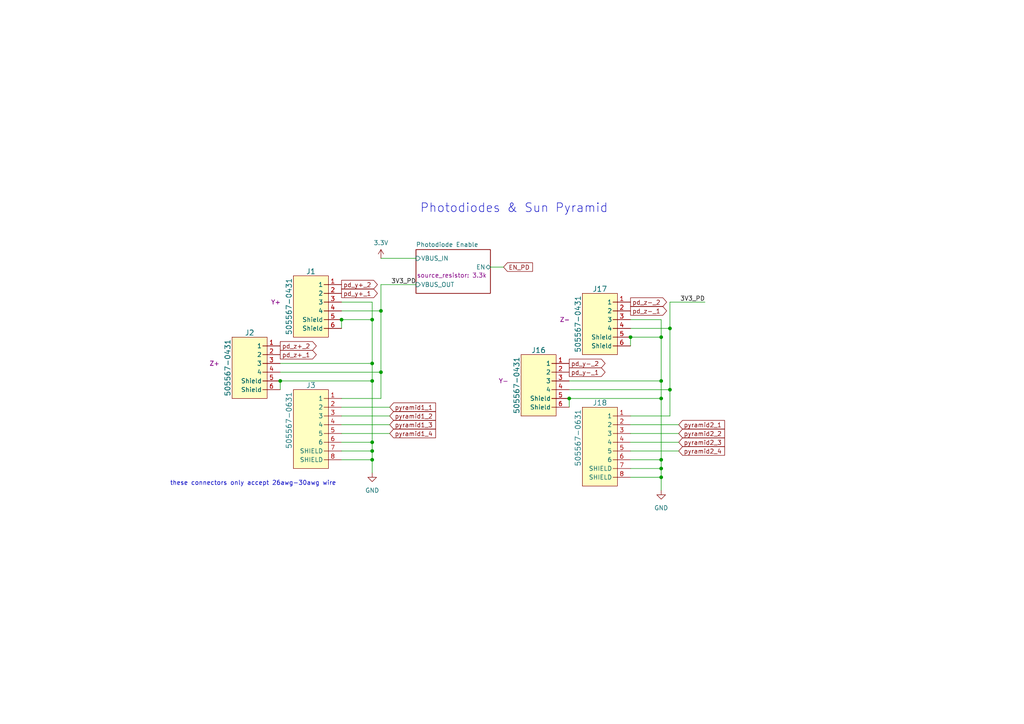
<source format=kicad_sch>
(kicad_sch (version 20250114) (generator "eeschema") (generator_version "9.0")
  (paper "A4")
  (title_block (title "ADCS Main Board") (date "2025-03-23") (rev "v1.2") (company "Stanford Student Space Initiative") (comment 1 "Sage Wu"))
  (lib_symbols
    (symbol "power:+3V3" (power) (pin_numbers (hide yes)) (pin_names (offset 0) (hide yes))
      (property "Value" "+3V3" (at 0 3.556 0))
      (symbol "+3V3_0_1"
        (polyline (pts (xy -0.762 1.27) (xy 0 2.54)))
        (polyline (pts (xy 0 2.54) (xy 0.762 1.27)))
        (polyline (pts (xy 0 0) (xy 0 2.54)))
      )
      (symbol "+3V3_1_1"
        (pin power_in line (at 0 0 90) (length 0) (name "~") (number "1"))
      )
    )
    (symbol "power:GND" (power) (pin_numbers (hide yes)) (pin_names (offset 0) (hide yes))
      (property "Value" "GND" (at 0 -3.81 0))
      (symbol "GND_0_1"
        (polyline (pts (xy 0 0) (xy 0 -1.27) (xy 1.27 -1.27) (xy 0 -2.54) (xy -1.27 -1.27) (xy 0 -1.27)))
      )
      (symbol "GND_1_1"
        (pin power_in line (at 0 0 270) (length 0) (name "~") (number "1"))
      )
    )
    (symbol "ssi_connector:505567-0431" (pin_names (offset 0.254))
      (property "Reference" "J1" (at 8.89 3.81 0))
      (property "Value" "505567-0431" (at 15.24 -6.35 90))
      (symbol "505567-0431_1_1"
        (rectangle (start 3.81 2.54) (end 13.97 -15.24) (fill (type background)))
        (pin passive line (at 0 0 0) (length 5.08) (name "1") (number "1"))
        (pin passive line (at 0 -2.54 0) (length 5.08) (name "2") (number "2"))
        (pin passive line (at 0 -5.08 0) (length 5.08) (name "3") (number "3"))
        (pin passive line (at 0 -7.62 0) (length 5.08) (name "4") (number "4"))
        (pin passive line (at 0 -10.16 0) (length 5.08) (name "Shield") (number "5"))
        (pin passive line (at 0 -12.7 0) (length 5.08) (name "Shield") (number "6"))
      )
      (symbol "505567-0431_1_2"
        (polyline (pts (xy 5.08 2.54) (xy 5.08 -15.24)) (stroke (width 0.127)))
        (polyline (pts (xy 5.08 -15.24) (xy 12.7 -15.24)) (stroke (width 0.127)))
        (polyline (pts (xy 7.62 0) (xy 5.08 0)) (stroke (width 0.127)))
        (polyline (pts (xy 7.62 0) (xy 8.89 0.8467)) (stroke (width 0.127)))
        (polyline (pts (xy 7.62 0) (xy 8.89 -0.8467)) (stroke (width 0.127)))
        (polyline (pts (xy 7.62 -2.54) (xy 5.08 -2.54)) (stroke (width 0.127)))
        (polyline (pts (xy 7.62 -2.54) (xy 8.89 -1.6933)) (stroke (width 0.127)))
        (polyline (pts (xy 7.62 -2.54) (xy 8.89 -3.3867)) (stroke (width 0.127)))
        (polyline (pts (xy 7.62 -5.08) (xy 5.08 -5.08)) (stroke (width 0.127)))
        (polyline (pts (xy 7.62 -5.08) (xy 8.89 -4.2333)) (stroke (width 0.127)))
        (polyline (pts (xy 7.62 -5.08) (xy 8.89 -5.9267)) (stroke (width 0.127)))
        (polyline (pts (xy 7.62 -7.62) (xy 5.08 -7.62)) (stroke (width 0.127)))
        (polyline (pts (xy 7.62 -7.62) (xy 8.89 -6.7733)) (stroke (width 0.127)))
        (polyline (pts (xy 7.62 -7.62) (xy 8.89 -8.4667)) (stroke (width 0.127)))
        (polyline (pts (xy 7.62 -10.16) (xy 5.08 -10.16)) (stroke (width 0.127)))
        (polyline (pts (xy 7.62 -10.16) (xy 8.89 -9.3133)) (stroke (width 0.127)))
        (polyline (pts (xy 7.62 -10.16) (xy 8.89 -11.0067)) (stroke (width 0.127)))
        (polyline (pts (xy 7.62 -12.7) (xy 5.08 -12.7)) (stroke (width 0.127)))
        (polyline (pts (xy 7.62 -12.7) (xy 8.89 -11.8533)) (stroke (width 0.127)))
        (polyline (pts (xy 7.62 -12.7) (xy 8.89 -13.5467)) (stroke (width 0.127)))
        (polyline (pts (xy 12.7 2.54) (xy 5.08 2.54)) (stroke (width 0.127)))
        (polyline (pts (xy 12.7 -15.24) (xy 12.7 2.54)) (stroke (width 0.127)))
        (pin unspecified line (at 0 0 0) (length 5.08) (name "1") (number "1"))
        (pin unspecified line (at 0 -2.54 0) (length 5.08) (name "2") (number "2"))
        (pin unspecified line (at 0 -5.08 0) (length 5.08) (name "3") (number "3"))
        (pin unspecified line (at 0 -7.62 0) (length 5.08) (name "4") (number "4"))
        (pin unspecified line (at 0 -10.16 0) (length 5.08) (name "5") (number "5"))
        (pin unspecified line (at 0 -12.7 0) (length 5.08) (name "6") (number "6"))
      )
    )
    (symbol "ssi_connector:505567-0631" (pin_names (offset 0.254))
      (property "Reference" "J3" (at 8.89 3.81 0))
      (property "Value" "505567-0631" (at 15.24 -6.35 90))
      (symbol "505567-0631_1_1"
        (rectangle (start 3.81 2.54) (end 13.97 -20.32) (fill (type background)))
        (pin passive line (at 0 0 0) (length 5.08) (name "1") (number "1"))
        (pin passive line (at 0 -2.54 0) (length 5.08) (name "2") (number "2"))
        (pin passive line (at 0 -5.08 0) (length 5.08) (name "3") (number "3"))
        (pin passive line (at 0 -7.62 0) (length 5.08) (name "4") (number "4"))
        (pin passive line (at 0 -10.16 0) (length 5.08) (name "5") (number "5"))
        (pin passive line (at 0 -12.7 0) (length 5.08) (name "6") (number "6"))
        (pin passive line (at 0 -15.24 0) (length 5.08) (name "SHIELD") (number "7"))
        (pin passive line (at 0 -17.78 0) (length 5.08) (name "SHIELD") (number "8"))
      )
      (symbol "505567-0631_1_2"
        (polyline (pts (xy 5.08 2.54) (xy 5.08 -20.32)) (stroke (width 0.127)))
        (polyline (pts (xy 5.08 -20.32) (xy 12.7 -20.32)) (stroke (width 0.127)))
        (polyline (pts (xy 7.62 0) (xy 5.08 0)) (stroke (width 0.127)))
        (polyline (pts (xy 7.62 0) (xy 8.89 0.8467)) (stroke (width 0.127)))
        (polyline (pts (xy 7.62 0) (xy 8.89 -0.8467)) (stroke (width 0.127)))
        (polyline (pts (xy 7.62 -2.54) (xy 5.08 -2.54)) (stroke (width 0.127)))
        (polyline (pts (xy 7.62 -2.54) (xy 8.89 -1.6933)) (stroke (width 0.127)))
        (polyline (pts (xy 7.62 -2.54) (xy 8.89 -3.3867)) (stroke (width 0.127)))
        (polyline (pts (xy 7.62 -5.08) (xy 5.08 -5.08)) (stroke (width 0.127)))
        (polyline (pts (xy 7.62 -5.08) (xy 8.89 -4.2333)) (stroke (width 0.127)))
        (polyline (pts (xy 7.62 -5.08) (xy 8.89 -5.9267)) (stroke (width 0.127)))
        (polyline (pts (xy 7.62 -7.62) (xy 5.08 -7.62)) (stroke (width 0.127)))
        (polyline (pts (xy 7.62 -7.62) (xy 8.89 -6.7733)) (stroke (width 0.127)))
        (polyline (pts (xy 7.62 -7.62) (xy 8.89 -8.4667)) (stroke (width 0.127)))
        (polyline (pts (xy 7.62 -10.16) (xy 5.08 -10.16)) (stroke (width 0.127)))
        (polyline (pts (xy 7.62 -10.16) (xy 8.89 -9.3133)) (stroke (width 0.127)))
        (polyline (pts (xy 7.62 -10.16) (xy 8.89 -11.0067)) (stroke (width 0.127)))
        (polyline (pts (xy 7.62 -12.7) (xy 5.08 -12.7)) (stroke (width 0.127)))
        (polyline (pts (xy 7.62 -12.7) (xy 8.89 -11.8533)) (stroke (width 0.127)))
        (polyline (pts (xy 7.62 -12.7) (xy 8.89 -13.5467)) (stroke (width 0.127)))
        (polyline (pts (xy 7.62 -15.24) (xy 5.08 -15.24)) (stroke (width 0.127)))
        (polyline (pts (xy 7.62 -15.24) (xy 8.89 -14.3933)) (stroke (width 0.127)))
        (polyline (pts (xy 7.62 -15.24) (xy 8.89 -16.0867)) (stroke (width 0.127)))
        (polyline (pts (xy 7.62 -17.78) (xy 5.08 -17.78)) (stroke (width 0.127)))
        (polyline (pts (xy 7.62 -17.78) (xy 8.89 -16.9333)) (stroke (width 0.127)))
        (polyline (pts (xy 7.62 -17.78) (xy 8.89 -18.6267)) (stroke (width 0.127)))
        (polyline (pts (xy 12.7 2.54) (xy 5.08 2.54)) (stroke (width 0.127)))
        (polyline (pts (xy 12.7 -20.32) (xy 12.7 2.54)) (stroke (width 0.127)))
      )
    )
  )
  (text "Photodiodes & Sun Pyramid" (at 149.098 60.452 0) (effects (font (size 2.54 2.54))))
  (text "these connectors only accept 26awg-30awg wire" (at 73.406 140.208 0) (effects (font (size 1.27 1.27))))
  (junction (at 165.1 115.57))
  (junction (at 110.49 90.17))
  (junction (at 191.77 135.89))
  (junction (at 194.31 95.25))
  (junction (at 191.77 97.79))
  (junction (at 191.77 133.35))
  (junction (at 81.28 110.49))
  (junction (at 191.77 110.49))
  (junction (at 107.95 105.41))
  (junction (at 107.95 128.27))
  (junction (at 191.77 115.57))
  (junction (at 99.06 92.71))
  (junction (at 191.77 138.43))
  (junction (at 107.95 110.49))
  (junction (at 194.31 113.03))
  (junction (at 110.49 107.95))
  (junction (at 107.95 133.35))
  (junction (at 107.95 130.81))
  (junction (at 107.95 92.71))
  (junction (at 182.88 97.79))
  (wire (pts (xy 182.88 123.19) (xy 196.85 123.19)))
  (wire (pts (xy 191.77 97.79) (xy 191.77 110.49)))
  (wire (pts (xy 107.95 105.41) (xy 107.95 110.49)))
  (wire (pts (xy 99.06 115.57) (xy 110.49 115.57)))
  (wire (pts (xy 99.06 133.35) (xy 107.95 133.35)))
  (wire (pts (xy 107.95 87.63) (xy 107.95 92.71)))
  (wire (pts (xy 191.77 110.49) (xy 191.77 115.57)))
  (wire (pts (xy 182.88 95.25) (xy 194.31 95.25)))
  (wire (pts (xy 191.77 135.89) (xy 191.77 138.43)))
  (wire (pts (xy 99.06 92.71) (xy 99.06 95.25)))
  (wire (pts (xy 194.31 113.03) (xy 194.31 120.65)))
  (wire (pts (xy 110.49 107.95) (xy 110.49 90.17)))
  (wire (pts (xy 107.95 128.27) (xy 107.95 130.81)))
  (wire (pts (xy 165.1 113.03) (xy 194.31 113.03)))
  (wire (pts (xy 191.77 92.71) (xy 191.77 97.79)))
  (wire (pts (xy 107.95 92.71) (xy 107.95 105.41)))
  (wire (pts (xy 99.06 125.73) (xy 113.03 125.73)))
  (wire (pts (xy 194.31 87.63) (xy 204.47 87.63)))
  (wire (pts (xy 182.88 120.65) (xy 194.31 120.65)))
  (wire (pts (xy 182.88 92.71) (xy 191.77 92.71)))
  (wire (pts (xy 142.24 77.47) (xy 146.05 77.47)))
  (wire (pts (xy 182.88 133.35) (xy 191.77 133.35)))
  (wire (pts (xy 182.88 138.43) (xy 191.77 138.43)))
  (wire (pts (xy 182.88 97.79) (xy 191.77 97.79)))
  (wire (pts (xy 107.95 110.49) (xy 107.95 128.27)))
  (wire (pts (xy 99.06 90.17) (xy 110.49 90.17)))
  (wire (pts (xy 165.1 115.57) (xy 165.1 118.11)))
  (wire (pts (xy 99.06 87.63) (xy 107.95 87.63)))
  (wire (pts (xy 81.28 107.95) (xy 110.49 107.95)))
  (wire (pts (xy 194.31 113.03) (xy 194.31 95.25)))
  (wire (pts (xy 110.49 82.55) (xy 120.65 82.55)))
  (wire (pts (xy 99.06 128.27) (xy 107.95 128.27)))
  (wire (pts (xy 99.06 123.19) (xy 113.03 123.19)))
  (wire (pts (xy 99.06 92.71) (xy 107.95 92.71)))
  (wire (pts (xy 182.88 125.73) (xy 196.85 125.73)))
  (wire (pts (xy 182.88 130.81) (xy 196.85 130.81)))
  (wire (pts (xy 182.88 135.89) (xy 191.77 135.89)))
  (wire (pts (xy 99.06 130.81) (xy 107.95 130.81)))
  (wire (pts (xy 99.06 120.65) (xy 113.03 120.65)))
  (wire (pts (xy 194.31 95.25) (xy 194.31 87.63)))
  (wire (pts (xy 110.49 90.17) (xy 110.49 82.55)))
  (wire (pts (xy 81.28 105.41) (xy 107.95 105.41)))
  (wire (pts (xy 165.1 110.49) (xy 191.77 110.49)))
  (wire (pts (xy 110.49 107.95) (xy 110.49 115.57)))
  (wire (pts (xy 191.77 115.57) (xy 191.77 133.35)))
  (wire (pts (xy 107.95 130.81) (xy 107.95 133.35)))
  (wire (pts (xy 191.77 133.35) (xy 191.77 135.89)))
  (wire (pts (xy 165.1 115.57) (xy 191.77 115.57)))
  (wire (pts (xy 182.88 97.79) (xy 182.88 100.33)))
  (wire (pts (xy 110.49 74.93) (xy 120.65 74.93)))
  (wire (pts (xy 81.28 110.49) (xy 81.28 113.03)))
  (wire (pts (xy 191.77 138.43) (xy 191.77 142.24)))
  (wire (pts (xy 107.95 133.35) (xy 107.95 137.16)))
  (wire (pts (xy 182.88 128.27) (xy 196.85 128.27)))
  (wire (pts (xy 81.28 110.49) (xy 107.95 110.49)))
  (wire (pts (xy 99.06 118.11) (xy 113.03 118.11)))
  (label "3V3_PD" (at 120.65 82.55 180))
  (label "3V3_PD" (at 204.47 87.63 180))
  (global_label "pd_z-_1" (shape output) (at 182.88 90.17 0) (property "Intersheetrefs" "${INTERSHEET_REFS}" (effects (hide yes))))
  (global_label "pd_y-_1" (shape output) (at 165.1 107.95 0) (property "Intersheetrefs" "${INTERSHEET_REFS}" (effects (hide yes))))
  (global_label "pyramid2_3" (shape input) (at 196.85 128.27 0) (property "Intersheetrefs" "${INTERSHEET_REFS}" (effects (hide yes))))
  (global_label "pd_y+_1" (shape output) (at 99.06 85.09 0) (property "Intersheetrefs" "${INTERSHEET_REFS}" (effects (hide yes))))
  (global_label "EN_PD" (shape input) (at 146.05 77.47 0) (property "Intersheetrefs" "${INTERSHEET_REFS}" (effects (hide yes))))
  (global_label "pyramid1_4" (shape input) (at 113.03 125.73 0) (property "Intersheetrefs" "${INTERSHEET_REFS}" (effects (hide yes))))
  (global_label "pd_y+_2" (shape output) (at 99.06 82.55 0) (property "Intersheetrefs" "${INTERSHEET_REFS}" (effects (hide yes))))
  (global_label "pd_z+_2" (shape output) (at 81.28 100.33 0) (property "Intersheetrefs" "${INTERSHEET_REFS}" (effects (hide yes))))
  (global_label "pyramid1_3" (shape input) (at 113.03 123.19 0) (property "Intersheetrefs" "${INTERSHEET_REFS}" (effects (hide yes))))
  (global_label "pyramid1_1" (shape input) (at 113.03 118.11 0) (property "Intersheetrefs" "${INTERSHEET_REFS}" (effects (hide yes))))
  (global_label "pyramid2_1" (shape input) (at 196.85 123.19 0) (property "Intersheetrefs" "${INTERSHEET_REFS}" (effects (hide yes))))
  (global_label "pd_z-_2" (shape output) (at 182.88 87.63 0) (property "Intersheetrefs" "${INTERSHEET_REFS}" (effects (hide yes))))
  (global_label "pyramid1_2" (shape input) (at 113.03 120.65 0) (property "Intersheetrefs" "${INTERSHEET_REFS}" (effects (hide yes))))
  (global_label "pd_z+_1" (shape output) (at 81.28 102.87 0) (property "Intersheetrefs" "${INTERSHEET_REFS}" (effects (hide yes))))
  (global_label "pyramid2_4" (shape input) (at 196.85 130.81 0) (property "Intersheetrefs" "${INTERSHEET_REFS}" (effects (hide yes))))
  (global_label "pd_y-_2" (shape output) (at 165.1 105.41 0) (property "Intersheetrefs" "${INTERSHEET_REFS}" (effects (hide yes))))
  (global_label "pyramid2_2" (shape input) (at 196.85 125.73 0) (property "Intersheetrefs" "${INTERSHEET_REFS}" (effects (hide yes))))
  (symbol (lib_id "ssi_connector:505567-0431") (at 81.28 100.33 0) (mirror y) (unit 1)
    (property "Reference" "J2" (at 72.39 96.52 0) (effects (font (size 1.524 1.524))))
    (property "Value" "505567-0431" (at 66.04 106.68 90) (effects (font (size 1.524 1.524))))
    (property "Footprint" "ssi_connector:Molex_505567-0431" (effects (hide yes)))
    (property "Datasheet" "5055670431" (effects (hide yes)))
    (property "Harness Name" "Z+" (at 62.23 105.41 0))
  )
  (symbol (lib_id "power:GND") (at 191.77 142.24 0) (unit 1)
    (property "Reference" "#PWR085" (effects (hide yes)))
    (property "Value" "GND" (at 191.77 147.32 0))
    (property "Description" "Power symbol creates a global label with name \"GND\" , ground" (effects (hide yes)))
  )
  (symbol (lib_id "ssi_connector:505567-0631") (at 99.06 115.57 0) (mirror y) (unit 1)
    (property "Reference" "J3" (at 90.17 111.76 0) (effects (font (size 1.524 1.524))))
    (property "Value" "505567-0631" (at 83.82 121.92 90) (effects (font (size 1.524 1.524))))
    (property "Footprint" "ssi_connector:Molex_505567-0631" (effects (hide yes)))
    (property "Datasheet" "https://www.molex.com/en-us/products/part-detail/5055670631?display=pdf" (effects (hide yes)))
    (property "Harness Name" "X+" (effects (hide yes)))
  )
  (symbol (lib_id "ssi_connector:505567-0431") (at 165.1 105.41 0) (mirror y) (unit 1)
    (property "Reference" "J16" (at 156.21 101.6 0) (effects (font (size 1.524 1.524))))
    (property "Value" "505567-0431" (at 149.86 111.76 90) (effects (font (size 1.524 1.524))))
    (property "Footprint" "ssi_connector:Molex_505567-0431" (effects (hide yes)))
    (property "Datasheet" "5055670431" (effects (hide yes)))
    (property "Harness Name" "Y-" (at 146.05 110.49 0))
  )
  (symbol (lib_id "ssi_connector:505567-0631") (at 182.88 120.65 0) (mirror y) (unit 1)
    (property "Reference" "J18" (at 173.99 116.84 0) (effects (font (size 1.524 1.524))))
    (property "Value" "505567-0631" (at 167.64 127 90) (effects (font (size 1.524 1.524))))
    (property "Footprint" "ssi_connector:Molex_505567-0631" (effects (hide yes)))
    (property "Datasheet" "https://www.molex.com/en-us/products/part-detail/5055670631?display=pdf" (effects (hide yes)))
    (property "Harness Name" "X-" (effects (hide yes)))
  )
  (symbol (lib_id "ssi_connector:505567-0431") (at 99.06 82.55 0) (mirror y) (unit 1)
    (property "Reference" "J1" (at 90.17 78.74 0) (effects (font (size 1.524 1.524))))
    (property "Value" "505567-0431" (at 83.82 88.9 90) (effects (font (size 1.524 1.524))))
    (property "Footprint" "ssi_connector:Molex_505567-0431" (effects (hide yes)))
    (property "Datasheet" "5055670431" (effects (hide yes)))
    (property "Harness Name" "Y+" (at 80.01 87.63 0))
  )
  (symbol (lib_id "ssi_connector:505567-0431") (at 182.88 87.63 0) (mirror y) (unit 1)
    (property "Reference" "J17" (at 173.99 83.82 0) (effects (font (size 1.524 1.524))))
    (property "Value" "505567-0431" (at 167.64 93.98 90) (effects (font (size 1.524 1.524))))
    (property "Footprint" "ssi_connector:Molex_505567-0431" (effects (hide yes)))
    (property "Datasheet" "5055670431" (effects (hide yes)))
    (property "Harness Name" "Z-" (at 163.83 92.71 0))
  )
  (symbol (lib_id "power:GND") (at 107.95 137.16 0) (unit 1)
    (property "Reference" "#PWR02" (effects (hide yes)))
    (property "Value" "GND" (at 107.95 142.24 0))
    (property "Description" "Power symbol creates a global label with name \"GND\" , ground" (effects (hide yes)))
  )
  (symbol (lib_id "power:+3V3") (at 110.49 74.93 0) (mirror y) (unit 1)
    (property "Reference" "#PWR07" (effects (hide yes)))
    (property "Value" "3.3V" (at 110.49 70.4342 0))
    (property "Description" "Power symbol creates a global label with name \"+3V3\"" (effects (hide yes)))
  )
  (sheet (at 120.65 72.39) (size 21.59 12.7) (stroke (width 0.1524))
    (property "Sheetname" "Photodiode Enable" (at 120.65 71.6784 0) (effects (justify left bottom)))
    (property "Sheetfile" "power_enable.kicad_sch" (effects (hide yes)))
    (property "source_resistor" "3.3k" (at 131.0386 79.8576 0) (show_name yes))
    (pin "VBUS_IN" input (at 120.65 74.93 180))
    (pin "EN" bidirectional (at 142.24 77.47 0))
    (pin "VBUS_OUT" input (at 120.65 82.55 180))
  )
)
</source>
